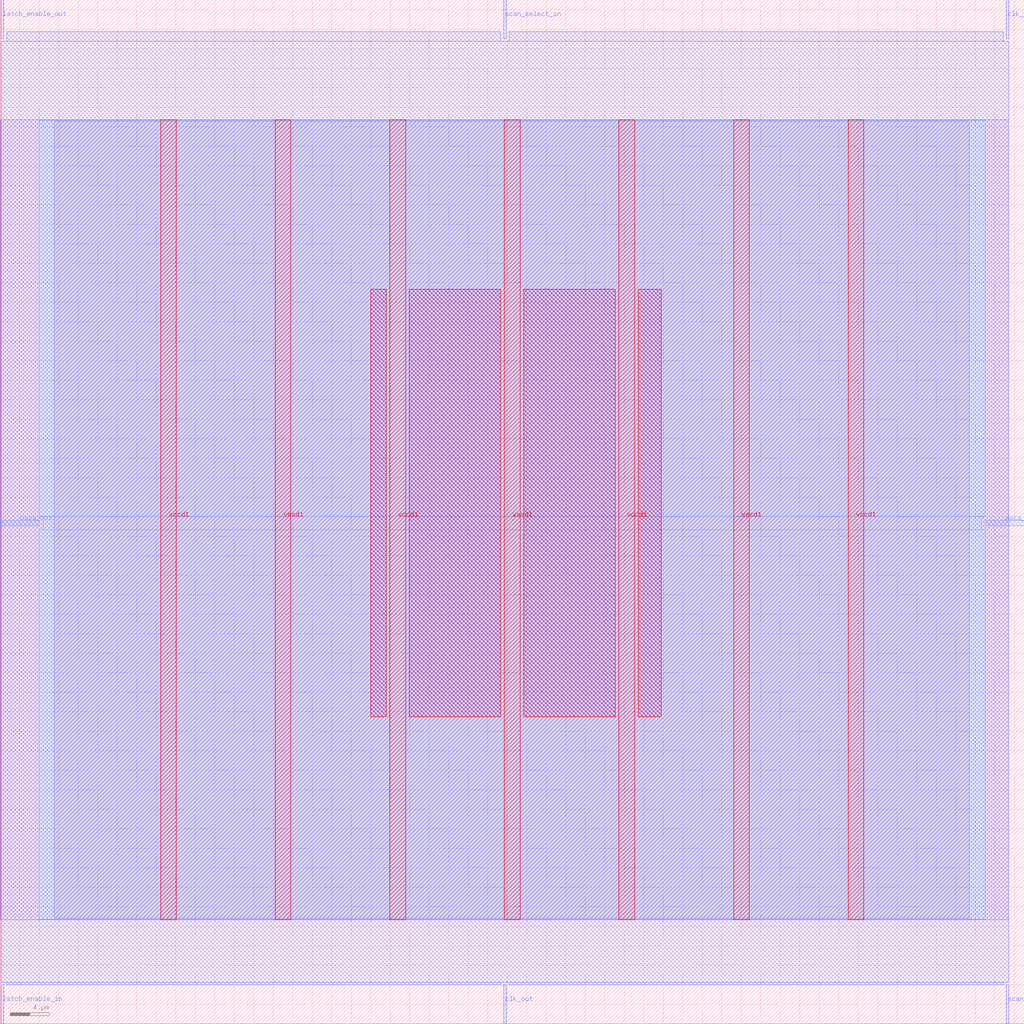
<source format=lef>
VERSION 5.7 ;
  NOWIREEXTENSIONATPIN ON ;
  DIVIDERCHAR "/" ;
  BUSBITCHARS "[]" ;
MACRO scan_wrapper_341174480471589458
  CLASS BLOCK ;
  FOREIGN scan_wrapper_341174480471589458 ;
  ORIGIN 0.000 0.000 ;
  SIZE 105.000 BY 105.000 ;
  PIN clk_in
    DIRECTION INPUT ;
    USE SIGNAL ;
    PORT
      LAYER met2 ;
        RECT 103.130 101.000 103.410 105.000 ;
    END
  END clk_in
  PIN clk_out
    DIRECTION OUTPUT TRISTATE ;
    USE SIGNAL ;
    PORT
      LAYER met2 ;
        RECT 51.610 0.000 51.890 4.000 ;
    END
  END clk_out
  PIN data_in
    DIRECTION INPUT ;
    USE SIGNAL ;
    PORT
      LAYER met3 ;
        RECT 101.000 51.040 105.000 51.640 ;
    END
  END data_in
  PIN data_out
    DIRECTION OUTPUT TRISTATE ;
    USE SIGNAL ;
    PORT
      LAYER met3 ;
        RECT 0.000 51.040 4.000 51.640 ;
    END
  END data_out
  PIN latch_enable_in
    DIRECTION INPUT ;
    USE SIGNAL ;
    PORT
      LAYER met2 ;
        RECT 0.090 0.000 0.370 4.000 ;
    END
  END latch_enable_in
  PIN latch_enable_out
    DIRECTION OUTPUT TRISTATE ;
    USE SIGNAL ;
    PORT
      LAYER met2 ;
        RECT 0.090 101.000 0.370 105.000 ;
    END
  END latch_enable_out
  PIN scan_select_in
    DIRECTION INPUT ;
    USE SIGNAL ;
    PORT
      LAYER met2 ;
        RECT 51.610 101.000 51.890 105.000 ;
    END
  END scan_select_in
  PIN scan_select_out
    DIRECTION OUTPUT TRISTATE ;
    USE SIGNAL ;
    PORT
      LAYER met2 ;
        RECT 103.130 0.000 103.410 4.000 ;
    END
  END scan_select_out
  PIN vccd1
    DIRECTION INOUT ;
    USE POWER ;
    PORT
      LAYER met4 ;
        RECT 16.465 10.640 18.065 92.720 ;
    END
    PORT
      LAYER met4 ;
        RECT 39.955 10.640 41.555 92.720 ;
    END
    PORT
      LAYER met4 ;
        RECT 63.445 10.640 65.045 92.720 ;
    END
    PORT
      LAYER met4 ;
        RECT 86.935 10.640 88.535 92.720 ;
    END
  END vccd1
  PIN vssd1
    DIRECTION INOUT ;
    USE GROUND ;
    PORT
      LAYER met4 ;
        RECT 28.210 10.640 29.810 92.720 ;
    END
    PORT
      LAYER met4 ;
        RECT 51.700 10.640 53.300 92.720 ;
    END
    PORT
      LAYER met4 ;
        RECT 75.190 10.640 76.790 92.720 ;
    END
  END vssd1
  OBS
      LAYER li1 ;
        RECT 5.520 10.795 99.360 92.565 ;
      LAYER met1 ;
        RECT 0.070 10.640 103.430 92.720 ;
      LAYER met2 ;
        RECT 0.650 100.720 51.330 101.730 ;
        RECT 52.170 100.720 102.850 101.730 ;
        RECT 0.100 4.280 103.400 100.720 ;
        RECT 0.650 4.000 51.330 4.280 ;
        RECT 52.170 4.000 102.850 4.280 ;
      LAYER met3 ;
        RECT 4.000 52.040 101.000 92.645 ;
        RECT 4.400 50.640 100.600 52.040 ;
        RECT 4.000 10.715 101.000 50.640 ;
      LAYER met4 ;
        RECT 38.015 31.455 39.555 75.305 ;
        RECT 41.955 31.455 51.300 75.305 ;
        RECT 53.700 31.455 63.045 75.305 ;
        RECT 65.445 31.455 67.785 75.305 ;
  END
END scan_wrapper_341174480471589458
END LIBRARY


</source>
